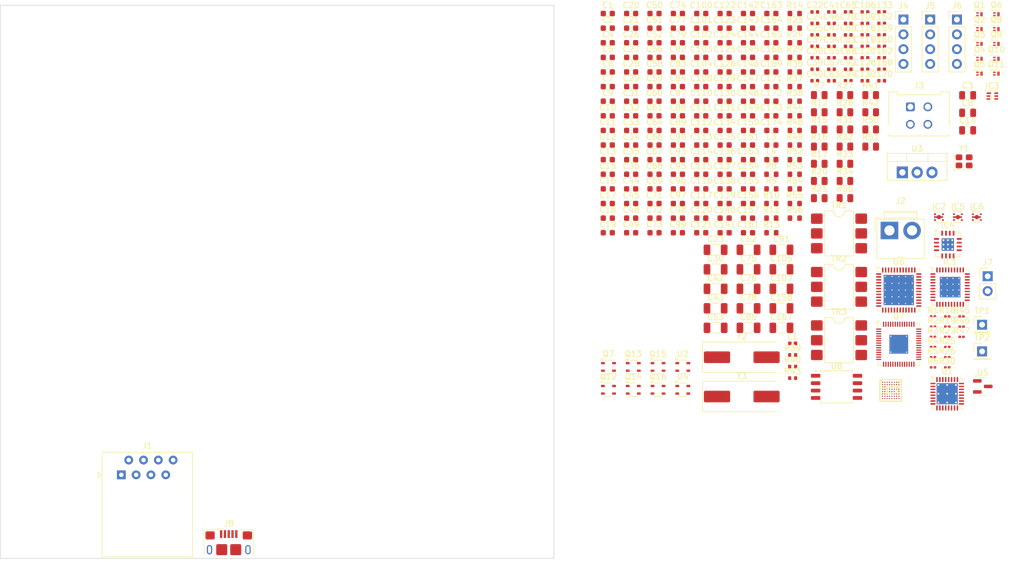
<source format=kicad_pcb>
(kicad_pcb (version 20241229) (generator "pcbnew") (generator_version "9.0")
  (title_block (title "SDR") (date "2025-11-24") (rev "1"))
  (layers (0 "F.Cu" signal "Top Layer") (4 "In1.Cu" signal "In.Cu") (6 "In2.Cu" power "Ground Layer 2") (2 "B.Cu" signal "Bottom Layer") (13 "F.Paste" user) (15 "B.Paste" user) (5 "F.SilkS" user "Top Overlay") (7 "B.SilkS" user "Board Layer Stack Bottom Overlay") (1 "F.Mask" user "Top Solder") (3 "B.Mask" user "Board Layer Stack Bottom Solder") (25 "Edge.Cuts" user))
  (net 0 "")
  (net 1 "Net-(IC1-VREGIN)")
  (net 2 "GND")
  (net 3 "Net-(IC1-VREGVCO)")
  (net 4 "Net-(IC1-VREFVCO)")
  (net 5 "Net-(IC1-VBIASVARAC)")
  (net 6 "Net-(IC1-VBIASVCO2)")
  (net 7 "Net-(IC1-VREFVCO2)")
  (net 8 "+3V3")
  (net 9 "Net-(IC2-OUT)")
  (net 10 "Net-(IC1-CPOUT)")
  (net 11 "Net-(C23-Pad2)")
  (net 12 "Net-(IC1-VTUNE)")
  (net 13 "Net-(C25-Pad1)")
  (net 14 "Net-(U1-REFT)")
  (net 15 "Net-(U1-REFB)")
  (net 16 "Net-(U1-DRVDD)")
  (net 17 "+3.3VADC")
  (net 18 "+5V")
  (net 19 "Net-(U5-GND)")
  (net 20 "Net-(U1-VIN+)")
  (net 21 "Net-(U1-VIN-)")
  (net 22 "Net-(IC4-+VS)")
  (net 23 "Net-(C87-Pad2)")
  (net 24 "Net-(J3-Pin_1)")
  (net 25 "Net-(J3-Pin_2)")
  (net 26 "Net-(J3-Pin_4)")
  (net 27 "Net-(Q1-G)")
  (net 28 "Net-(Q3-G)")
  (net 29 "Net-(IC5-OUT)")
  (net 30 "Net-(IC3-RFOUT{slash}VD)")
  (net 31 "Net-(IC4--IN_A)")
  (net 32 "Net-(IC6-OUT)")
  (net 33 "Net-(Q6-S)")
  (net 34 "Net-(C4-Pad1)")
  (net 35 "Net-(C5-Pad2)")
  (net 36 "Net-(U1-PDWN)")
  (net 37 "Net-(T1-PRI_2)")
  (net 38 "Net-(IC4-+IN_B)")
  (net 39 "Net-(IC4--IN_B)")
  (net 40 "Net-(R25-Pad2)")
  (net 41 "Net-(IC4-+IN_A)")
  (net 42 "Net-(U7-VREG_VOUT)")
  (net 43 "Net-(C121-Pad1)")
  (net 44 "Net-(U7-XIN)")
  (net 45 "Net-(U6-XO)")
  (net 46 "Net-(U6-XI)")
  (net 47 "+BATT")
  (net 48 "Net-(U6-RESET_N)")
  (net 49 "Net-(U6-LDO_O)")
  (net 50 "Net-(U6-AVDDL_PLL)")
  (net 51 "Net-(C141-Pad2)")
  (net 52 "Net-(C143-Pad2)")
  (net 53 "Net-(C148-Pad2)")
  (net 54 "Net-(C155-Pad2)")
  (net 55 "VCC")
  (net 56 "Net-(IC1-CSB)")
  (net 58 "Net-(IC7-PB53)")
  (net 59 "Net-(IC7-PB29A)")
  (net 61 "Net-(IC7-PB16D)")
  (net 62 "Net-(IC1-SDI)")
  (net 63 "Net-(IC1-SCK)")
  (net 64 "Net-(IC1-MUXOUT)")
  (net 65 "Net-(IC1-CE)")
  (net 66 "Net-(C84-Pad2)")
  (net 67 "Net-(IC7-PB6B)")
  (net 68 "Net-(IC7-PB16C)")
  (net 69 "Net-(IC1-OSCINP)")
  (net 70 "Net-(Q7-B)")
  (net 71 "Net-(IC1-VBIASVCO)")
  (net 72 "Net-(Q12-C)")
  (net 73 "Net-(IC1-GND_2)")
  (net 74 "Net-(Q8-G)")
  (net 75 "Net-(IC1-OSCINM)")
  (net 76 "Net-(Q10-G)")
  (net 78 "Net-(Q12-B)")
  (net 79 "Net-(IC3-RFIN)")
  (net 83 "Net-(IC7-PB50)")
  (net 88 "Net-(IC7-PB34C)")
  (net 89 "Net-(IC7-PB2C)")
  (net 91 "Net-(IC7-PB34D)")
  (net 92 "Net-(IC7-PB38C)")
  (net 93 "Net-(IC7-PB29D)")
  (net 94 "Net-(IC5-IN-)")
  (net 95 "Net-(IC7-PB16B)")
  (net 96 "Net-(IC7-PB52)")
  (net 98 "Net-(IC7-PB34A)")
  (net 99 "Net-(IC7-PB12C)")
  (net 101 "Net-(IC7-PB34B)")
  (net 103 "Net-(IC7-CRESET_B)")
  (net 104 "Net-(IC7-PB12B)")
  (net 105 "Net-(IC7-PB12A)")
  (net 106 "Net-(IC7-PB29B)")
  (net 110 "Net-(IC7-PB16A)")
  (net 111 "Net-(IC7-PB49)")
  (net 112 "Net-(Q14-C)")
  (net 113 "Net-(Q5-S)")
  (net 114 "Net-(R36-Pad2)")
  (net 115 "ANT1+")
  (net 116 "ANTF1-")
  (net 117 "ANTF1+")
  (net 118 "ANT1-")
  (net 119 "ANT3+")
  (net 120 "ANT2+")
  (net 121 "ANT2-")
  (net 122 "ANTF2-")
  (net 123 "ANT2F+")
  (net 124 "ANTF3-")
  (net 125 "ANT3-")
  (net 126 "ANTF3+")
  (net 127 "OPA+")
  (net 128 "OPA-")
  (net 129 "ANT12F+")
  (net 130 "ANT123+")
  (net 131 "ANT123-")
  (net 132 "ANT12F-")
  (net 133 "INAMP-")
  (net 134 "INAMP+")
  (net 135 "TRANS-")
  (net 136 "TRANS+")
  (net 137 "Net-(AE1-FEED)")
  (net 138 "Net-(AE2-FEED)")
  (net 139 "Net-(AE3-FEED)")
  (net 140 "Net-(IC7-PB6A)")
  (net 143 "Net-(IC7-PB47)")
  (net 144 "Net-(IC7-PB48)")
  (net 145 "Net-(IC7-PB38D)")
  (net 146 "Net-(IC7-PB29C)")
  (net 147 "Net-(IC7-PB51)")
  (net 149 "Net-(IC7-PB12D)")
  (net 151 "Net-(IC7-PB2D)")
  (net 152 "Net-(U6-TXRXP_A)")
  (net 153 "Net-(U6-TXRXP_B)")
  (net 154 "Net-(U6-TXRXP_D)")
  (net 155 "Net-(U6-TXRXP_C)")
  (net 156 "Net-(U6-TXRXM_A)")
  (net 157 "Net-(U6-TXRXM_C)")
  (net 158 "Net-(U6-TXRXM_B)")
  (net 159 "Net-(U6-TXRXM_D)")
  (net 160 "Net-(J4-Pin_3)")
  (net 161 "Net-(J4-Pin_1)")
  (net 162 "Net-(J4-Pin_4)")
  (net 163 "Net-(J4-Pin_2)")
  (net 164 "Net-(J7-Pin_1)")
  (net 165 "Net-(J7-Pin_2)")
  (net 166 "Net-(U7-GPIO26_ADC0)")
  (net 167 "Net-(U7-USB_DP)")
  (net 168 "Net-(U7-USB_DM)")
  (net 169 "Net-(U7-XOUT)")
  (net 170 "Net-(U7-GPIO29_ADC3)")
  (net 172 "Net-(U6-MDC)")
  (net 175 "Net-(U6-CLK125_NDO{slash}LED_MODE)")
  (net 176 "Net-(U6-MDIO)")
  (net 177 "Net-(U6-INT_N{slash}PME_N2)")
  (net 179 "Net-(U7-QSPI_SS)")
  (net 180 "Net-(U7-QSPI_SD3)")
  (net 181 "Net-(U7-GPIO20)")
  (net 182 "Net-(U7-QSPI_SD1)")
  (net 183 "Net-(U7-QSPI_SD0)")
  (net 184 "Net-(U7-QSPI_SD2)")
  (net 185 "Net-(U7-QSPI_SCLK)")
  (net 186 "Net-(J8-D-)")
  (net 187 "Net-(J8-D+)")
  (footprint "Package_TO_SOT_SMD:SOT-343_SC-70-4" (layer "F.Cu") (at 114.365 72.115)
    (property "Reference" "Q7")
    (property "Value" "BFP840ESD")
  )
  (footprint "Capacitor_SMD:C_0603_1608Metric" (layer "F.Cu") (at 134.295 16.44)
    (property "Reference" "C124")
    (property "Value" "30pF")
  )
  (footprint "Resistor_SMD:R_0201_0603Metric" (layer "F.Cu") (at 172.505 70.44)
    (property "Reference" "R26")
    (property "Value" "50")
  )
  (footprint "Capacitor_SMD:C_1206_3216Metric" (layer "F.Cu") (at 132.745 65.4)
    (property "Reference" "C53")
    (property "Value" "22uF")
  )
  (footprint "Capacitor_SMD:C_1206_3216Metric" (layer "F.Cu") (at 138.395 55.35)
    (property "Reference" "C75")
    (property "Value" "22uF")
  )
  (footprint "Capacitor_SMD:C_0603_1608Metric" (layer "F.Cu") (at 138.305 13.93)
    (property "Reference" "C143")
    (property "Value" "0.1uF")
  )
  (footprint "Capacitor_SMD:C_0603_1608Metric" (layer "F.Cu") (at 126.275 44.05)
    (property "Reference" "C97")
    (property "Value" "0.1uF")
  )
  (footprint "Resistor_SMD:R_0603_1608Metric" (layer "F.Cu") (at 146.325 41.54)
    (property "Reference" "R54")
    (property "Value" "0")
  )
  (footprint "Resistor_SMD:R_0805_2012Metric" (layer "F.Cu") (at 150.535 43.13)
    (property "Reference" "R21")
    (property "Value" "1k")
  )
  (footprint "Capacitor_SMD:C_0603_1608Metric" (layer "F.Cu") (at 134.295 21.46)
    (property "Reference" "C126")
    (property "Value" "10uF")
  )
  (footprint "Capacitor_SMD:C_0603_1608Metric" (layer "F.Cu") (at 122.265 16.44)
    (property "Reference" "C52")
    (property "Value" "10uF")
  )
  (footprint "Capacitor_SMD:C_0603_1608Metric" (layer "F.Cu") (at 126.275 41.54)
    (property "Reference" "C96")
    (property "Value" "0.1uF")
  )
  (footprint "Connector_Molex:Molex_Micro-Fit_3.0_43045-0412_2x02_P3.00mm_Vertical" (layer "F.Cu") (at 166.165 27.45)
    (property "Reference" "J3")
    (property "Value" "Conn_01x04_Pin")
  )
  (footprint "Capacitor_SMD:C_0603_1608Metric" (layer "F.Cu") (at 114.245 13.93)
    (property "Reference" "C2")
    (property "Value" "0.1uF")
  )
  (footprint "Resistor_SMD:R_0201_0603Metric" (layer "F.Cu") (at 172.505 63.44)
    (property "Reference" "R18")
    (property "Value" "50")
  )
  (footprint "Resistor_SMD:R_0603_1608Metric" (layer "F.Cu") (at 146.325 26.48)
    (property "Reference" "R38")
    (property "Value" "0")
  )
  (footprint "Capacitor_SMD:C_0603_1608Metric" (layer "F.Cu") (at 118.255 39.03)
    (property "Reference" "C36")
    (property "Value" "100pF")
  )
  (footprint "Capacitor_SMD:C_0603_1608Metric" (layer "F.Cu") (at 118.255 21.46)
    (property "Reference" "C28")
    (property "Value" "0.1uF")
  )
  (footprint "Resistor_SMD:R_0603_1608Metric" (layer "F.Cu") (at 146.325 28.99)
    (property "Reference" "R44")
    (property "Value" "1.5")
  )
  (footprint "Capacitor_SMD:C_0603_1608Metric" (layer "F.Cu") (at 138.305 23.97)
    (property "Reference" "C147")
    (property "Value" "0.1uF")
  )
  (footprint "Capacitor_SMD:C_0603_1608Metric" (layer "F.Cu") (at 126.275 26.48)
    (property "Reference" "C87")
    (property "Value" "0.1uF")
  )
  (footprint "Capacitor_SMD:C_0402_1005Metric" (layer "F.Cu") (at 158.375 17.06)
    (property "Reference" "C119")
    (property "Value" "1nF")
  )
  (footprint "Capacitor_SMD:C_0603_1608Metric" (layer "F.Cu") (at 118.255 18.95)
    (property "Reference" "C27")
    (property "Value" "0.1uF")
  )
  (footprint "Capacitor_SMD:C_0402_1005Metric" (layer "F.Cu") (at 161.245 19.03)
    (property "Reference" "C162")
    (property "Value" "1nF")
  )
  (footprint "Capacitor_SMD:C_0603_1608Metric" (layer "F.Cu") (at 118.255 13.93)
    (property "Reference" "C21")
    (property "Value" "100pF")
  )
  (footprint "Package_TO_SOT_SMD:SOT-23" (layer "F.Cu") (at 178.595 75.465)
    (property "Reference" "U5")
    (property "Value" "AP7381-50SA-7")
  )
  (footprint "Resistor_SMD:R_0603_1608Metric" (layer "F.Cu") (at 146.325 34.01)
    (property "Reference" "R49")
    (property "Value" "0")
  )
  (footprint "Capacitor_SMD:C_0603_1608Metric" (layer "F.Cu") (at 126.275 49.07)
    (property "Reference" "C99")
    (property "Value" "100pF")
  )
  (footprint "Crystal:Crystal_SMD_2520-4Pin_2.5x2.0mm" (layer "F.Cu") (at 175.385 36.81)
    (property "Reference" "Y1")
    (property "Value" "Crystal_GND24")
  )
  (footprint "Capacitor_SMD:C_0603_1608Metric" (layer "F.Cu") (at 114.245 49.07)
    (property "Reference" "C19")
    (property "Value" "100pF")
  )
  (footprint "Package_DFN_QFN:QFN-48-1EP_7x7mm_P0.5mm_EP5.15x5.15mm_ThermalVias" (layer "F.Cu") (at 164.175 58.91)
    (property "Reference" "U6")
    (property "Value" "KSZ9031RNXCA")
  )
  (footprint "Capacitor_SMD:C_0603_1608Metric" (layer "F.Cu") (at 122.265 28.99)
    (property "Reference" "C61")
    (property "Value" "0.1uF")
  )
  (footprint "Package_DIP:SMDIP-6_W7.62mm" (layer "F.Cu") (at 153.925 67.53)
    (property "Reference" "TR3")
    (property "Value" "TRANSF2")
  )
  (footprint "Package_TO_SOT_SMD:HVSOF5" (layer "F.Cu") (at 171.075 46.379432)
    (property "Reference" "IC2")
    (property "Value" "BU7205HFV-TR")
  )
  (footprint "Capacitor_SMD:C_0603_1608Metric" (layer "F.Cu") (at 134.295 11.42)
    (property "Reference" "C122")
    (property "Value" "30pF")
  )
  (footprint "Resistor_SMD:R_0402_1005Metric" (layer "F.Cu") (at 145.965 74.04)
    (property "Reference" "R43")
    (property "Value" "27.4")
  )
  (footprint "Package_TO_SOT_THT:TO-220-3_Vertical" (layer "F.Cu") (at 164.795 38.71)
    (property "Reference" "U3")
    (property "Value" "LD1117V-3V3")
  )
  (footprint "Capacitor_SMD:C_0402_1005Metric" (layer "F.Cu") (at 161.245 13.12)
    (property "Reference" "C152")
    (property "Value" "1nF")
  )
  (footprint "Capacitor_SMD:C_0603_1608Metric" (layer "F.Cu") (at 114.245 21.46)
    (property "Reference" "C6")
    (property "Value" "0.1uF")
  )
  (footprint "Capacitor_SMD:C_0402_1005Metric" (layer "F.Cu") (at 149.765 11.15)
    (property "Reference" "C22")
    (property "Value" "5.6nF")
  )
  (footprint "Capacitor_SMD:C_0603_1608Metric" (layer "F.Cu") (at 118.255 46.56)
    (property "Reference" "C48")
    (property "Value" "0.1uF")
  )
  (footprint "Capacitor_SMD:C_0603_1608Metric" (layer "F.Cu") (at 134.295 49.07)
    (property "Reference" "C141")
    (property "Value" "0.1uF")
  )
  (footprint "Capacitor_SMD:C_0603_1608Metric" (layer "F.Cu") (at 134.295 39.03)
    (property "Reference" "C137")
    (property "Value" "10uF")
  )
  (footprint "Resistor_SMD:R_0603_1608Metric" (layer "F.Cu") (at 146.325 18.95)
    (property "Reference" "R29")
    (property "Value" "0")
  )
  (footprint "Capacitor_SMD:C_0402_1005Metric" (layer "F.Cu") (at 161.245 15.09)
    (property "Reference" "C159")
    (property "Value" "1nF")
  )
  (footprint "Capacitor_SMD:C_0603_1608Metric" (layer "F.Cu") (at 130.285 39.03)
    (property "Reference" "C115")
    (property "Value" "0.1uF")
  )
  (footprint "Capacitor_SMD:C_0603_1608Metric" (layer "F.Cu") (at 142.315 23.97)
    (property "Reference" "C171")
    (property "Value" "10uF")
  )
  (footprint "Capacitor_SMD:C_0603_1608Metric" (layer "F.Cu") (at 118.255 44.05)
    (property "Reference" "C45")
    (property "Value" "10uF")
  )
  (footprint "Capacitor_SMD:C_0603_1608Metric" (layer "F.Cu") (at 122.265 39.03)
    (property "Reference" "C68")
    (property "Value" "0.1uF")
  )
  (footprint "Capacitor_SMD:C_0603_1608Metric" (layer "F.Cu") (at 130.285 46.56)
    (property "Reference" "C120")
    (property "Value" "100pF")
  )
  (footprint "Capacitor_SMD:C_1206_3216Metric" (layer "F.Cu") (at 144.045 58.7)
    (property "Reference" "C107")
    (property "Value" "22uF")
  )
  (footprint "Connector_PinHeader_2.54mm:PinHeader_1x02_P2.54mm_Vertical" (layer "F.Cu") (at 179.435 56.55)
    (property "Reference" "J7")
    (property "Value" "Conn_01x02_Pin")
  )
  (footprint "Capacitor_SMD:C_0402_1005Metric" (layer "F.Cu") (at 158.375 21)
    (property "Reference" "C128")
    (property "Value" "1nF")
  )
  (footprint "Capacitor_SMD:C_0805_2012Metric" (layer "F.Cu") (at 175.995 28.47)
    (property "Reference" "C8")
    (property "Value" "1uF")
  )
  (footprint "Capacitor_SMD:C_0603_1608Metric" (layer "F.Cu") (at 142.315 26.48)
    (property "Reference" "C172")
    (property "Value" "10uF")
  )
  (footprint "Capacitor_SMD:C_0603_1608Metric" (layer "F.Cu") (at 118.255 23.97)
    (property "Reference" "C29")
    (property "Value" "10uF")
  )
  (footprint "Capacitor_SMD:C_0603_1608Metric" (layer "F.Cu") (at 114.245 18.95)
    (property "Reference" "C5")
    (property "Value" "0.1uF")
  )
  (footprint "Capacitor_SMD:C_1206_3216Metric" (layer "F.Cu") (at 144.045 52)
    (property "Reference" "C91")
    (property "Value" "51nF")
  )
  (footprint "Capacitor_SMD:C_0603_1608Metric" (layer "F.Cu") (at 114.245 23.97)
    (property "Reference" "C7")
    (property "Value" "0.1uF")
  )
  (footprint "Capacitor_SMD:C_0603_1608Metric" (layer "F.Cu") (at 130.285 36.52)
    (property "Reference" "C114")
    (property "Value" "0.1uF")
  )
  (footprint "Capacitor_SMD:C_0603_1608Metric" (layer "F.Cu") (at 130.285 18.95)
    (property "Reference" "C103")
    (property "Value" "0.1uF")
  )
  (footprint "Capacitor_SMD:C_0603_1608Metric" (layer "F.Cu") (at 138.305 26.48)
    (property "Reference" "C148")
    (property "Value" "10uF")
  )
  (footprint "Capacitor_SMD:C_0603_1608Metric" (layer "F.Cu") (at 138.305 21.46)
    (property "Reference" "C146")
    (property "Value" "0.1uF")
  )
  (footprint "Resistor_SMD:R_0402_1005Metric" (layer "F.Cu") (at 145.965 72.05)
    (property "Reference" "R40")
    (property "Value" "27.4")
  )
  (footprint "Package_TO_SOT_SMD:SOT-343_SC-70-4" (layer "F.Cu") (at 114.365 76.04)
    (property "Reference" "Q12")
    (property "Value" "BFP840ESD")
  )
  (footprint "Capacitor_SMD:C_0603_1608Metric" (layer "F.Cu") (at 134.295 31.5)
    (property "Reference" "C134")
    (property "Value" "0.1uF")
  )
  (footprint "Resistor_SMD:R_0805_2012Metric" (layer "F.Cu") (at 150.535 40.18)
    (property "Reference" "R20")
    (property "Value" "1k")
  )
  (footprint "Package_DFN_QFN:Diodes_DFN1006-3" (layer "F.Cu") (at 178.03 21.745)
    (property "Reference" "Q5")
    (property "Value" "MMBFJ113")
  )
  (footprint "Inductor_SMD:L_0603_1608Metric" (layer "F.Cu") (at 142.315 36.52)
    (property "Reference" "L4")
    (property "Value" "2.2nH")
  )
  (footprint "Capacitor_SMD:C_0603_1608Metric" (layer "F.Cu") (at 138.305 18.95)
    (property "Reference" "C145")
    (property "Value" "10uF")
  )
  (footprint "Capacitor_SMD:C_0402_1005Metric" (layer "F.Cu") (at 155.505 22.97)
    (property "Reference" "C94")
    (property "Value" "1nF")
  )
  (footprint "Resistor_SMD:R_0603_1608Metric" (layer "F.Cu") (at 146.325 21.46)
    (property "Reference" "R35")
    (property "Value" "0")
  )
  (footprint "Resistor_SMD:R_0805_2012Metric" (layer "F.Cu") (at 154.945 25.43)
    (property "Reference" "R27")
    (property "Value" "1k")
  )
  (footprint "Capacitor_SMD:C_0603_1608Metric" (layer "F.Cu") (at 138.305 28.99)
    (property "Reference" "C149")
    (property "Value" "100pF")
  )
  (footprint "Inductor_SMD:L_0603_1608Metric" (layer "F.Cu") (at 142.315 34.01)
    (property "Reference" "L3")
    (property "Value" "2.2nH")
  )
  (footprint "Resistor_SMD:R_0805_2012Metric" (layer "F.Cu") (at 154.945 43.13)
    (property "Reference" "R36")
    (property "Value" "1k")
  )
  (footprint "Capacitor_SMD:C_0603_1608Metric" (layer "F.Cu") (at 134.295 41.54)
    (property "Reference" "C138")
    (property "Value" "0.1uF")
  )
  (footprint "Resistor_SMD:R_0603_1608Metric" (layer "F.Cu") (at 146.325 46.56)
    (property "Reference" "R56")
    (property "Value" "0")
  )
  (footprint "Capacitor_SMD:C_0603_1608Metric" (layer "F.Cu") (at 138.305 39.03)
    (property "Reference" "C154")
    (property "Value" "10uF")
  )
  (footprint "Resistor_SMD:R_0201_0603Metric" (layer "F.Cu") (at 174.955 63.44)
    (property "Reference" "R45")
    (property "Value" "50")
  )
  (footprint "Resistor_SMD:R_0603_1608Metric" (layer "F.Cu") (at 142.315 41.54)
    (property "Reference" "R9")
    (property "Value" "3.32")
  )
  (footprint "Capacitor_SMD:C_0603_1608Metric" (layer "F.Cu") (at 114.245 39.03)
    (property "Reference" "C15")
    (property "Value" "10uF")
  )
  (footprint "Capacitor_SMD:C_0603_1608Metric" (layer "F.Cu") (at 130.285 13.93)
    (property "Reference" "C101")
    (property "Value" "100pF")
  )
  (footprint "Capacitor_SMD:C_0603_1608Metric" (layer "F.Cu") (at 142.315 28.99)
    (property "Reference" "C173")
    (property "Value" "10uF")
  )
  (footprint "Capacitor_SMD:C_0603_1608Metric" (layer "F.Cu") (at 130.285 34.01)
    (property "Reference" "C113")
    (property "Value" "10uF")
  )
  (footprint "Package_DFN_QFN:QFN-56-1EP_7x7mm_P0.4mm_EP3.2x3.2mm_ThermalVias" (layer "F.Cu") (at 164.175 68.22)
    (property "Reference" "U7")
    (property "Value" "RP2040")
  )
  (footprint "Capacitor_SMD:C_0603_1608Metric" (layer "F.Cu") (at 142.315 31.5)
    (property "Reference" "C174")
    (property "Value" "10uF")
  )
  (footprint "Capacitor_SMD:C_1206_3216Metric" (layer "F.Cu") (at 132.745 62.05)
    (property "Reference" "C43")
    (property "Value" "22uF")
  )
  (footprint "Capacitor_SMD:C_0603_1608Metric" (layer "F.Cu") (at 126.275 21.46)
    (property "Reference" "C83")
    (property "Value" "10uF")
  )
  (footprint "Resistor_SMD:R_0805_2012Metric" (layer "F.Cu") (at 150.535 31.33)
    (property "Reference" "R15")
    (property "Value" "1k")
  )
  (footprint "Resistor_SMD:R_0201_0603Metric" (layer "F.Cu") (at 172.505 66.94)
    (property "Reference" "R22")
    (property "Value" "50")
  )
  (footprint "Capacitor_SMD:C_0402_1005Metric" (layer "F.Cu") (at 158.375 22.97)
    (property "Reference" "C132")
    (property "Value" "1nF")
  )
  (footprint "Capacitor_SMD:C_0603_1608Metric" (layer "F.Cu") (at 142.315 11.42)
    (property "Reference" "C163")
    (property "Value" "0.1uF")
  )
  (footprint "Capacitor_SMD:C_0603_1608Metric" (layer "F.Cu") (at 122.265 34.01)
    (property "Reference" "C66")
    (property "Value" "0.1uF")
  )
  (footprint "Capacitor_SMD:C_0603_1608Metric" (layer "F.Cu") (at 122.265 23.97)
    (property "Reference" "C59")
    (property "Value" "0.1uF")
  )
  (footprint "Capacitor_SMD:C_0603_1608Metric" (layer "F.Cu") (at 134.295 34.01)
    (property "Reference" "C135")
    (property "Value" "0.1uF")
  )
  (footprint "Resistor_SMD:R_0603_1608Metric" (layer "F.Cu") (at 142.315 49.07)
    (property "Reference" "R13")
    (property "Value" "0")
  )
  (footprint "Resistor_SMD:R_0805_2012Metric" (layer "F.Cu") (at 159.355 31.33)
    (property "Reference" "R50")
    (property "Value" "18")
  )
  (footprint "Resistor_SMD:R_0603_1608Metric" (layer "F.Cu") (at 146.325 44.05)
    (property "Reference" "R55")
    (property "Value" "0")
  )
  (footprint "Capacitor_SMD:C_0805_2012Metric" (layer "F.Cu") (at 175.995 25.46)
    (property "Reference" "C3")
    (property "Value" "1uF")
  )
  (footprint "Capacitor_SMD:C_0603_1608Metric" (layer "F.Cu") (at 130.285 28.99)
    (property "Reference" "C111")
    (property "Value" "0.1uF")
  )
  (footprint "Capacitor_SMD:C_0603_1608Metric" (layer "F.Cu") (at 126.275 18.95)
    (property "Reference" "C82")
    (property "Value" "0.1uF")
  )
  (footprint "Capacitor_SMD:C_0402_1005Metric" (layer "F.Cu") (at 155.505 21)
    (property "Reference" "C92")
    (property "Value" "1nF")
  )
  (footprint "Capacitor_SMD:C_0402_1005Metric" (layer "F.Cu") (at 155.505 13.12)
    (property "Reference" "C70")
    (property "Value" "1nF")
  )
  (footprint "Capacitor_SMD:C_0603_1608Metric" (layer "F.Cu") (at 130.285 26.48)
    (property "Reference" "C110")
    (property "Value" "10uF")
  )
  (footprint "Capacitor_SMD:C_0402_1005Metric" (layer "F.Cu") (at 152.635 13.12)
    (property "Reference" "C46")
    (property "Value" "1nF")
  )
  (footprint "Capacitor_SMD:C_0402_1005Metric" (layer "F.Cu") (at 161.245 17.06)
    (property "Reference" "C160")
    (property "Value" "1nF")
  )
  (footprint "Capacitor_SMD:C_0402_1005Metric" (layer "F.Cu") (at 161.245 21)
    (property "Reference" "C168")
    (property "Value" "1nF")
  )
  (footprint "Capacitor_SMD:C_0805_2012Metric" (layer "F.Cu") (at 175.995 31.48)
    (property "Reference" "C14")
    (property "Value" "1uF")
  )
  (footprint "Resistor_SMD:R_0603_1608Metric" (layer "F.Cu") (at 146.325 31.5)
    (property "Reference" "R48")
    (property "Value" "0")
  )
  (footprint "Resistor_SMD:R_0201_0603Metric" (layer "F.Cu") (at 172.505 65.19)
    (property "Reference" "R19")
    (property "Value" "50")
  )
  (footprint "Resistor_SMD:R_0201_0603Metric" (layer "F.Cu") (at 170.055 63.44)
    (property "Reference" "R1")
    (property "Value" "50")
  )
  (footprint "Resistor_SMD:R_0603_1608Metric" (layer "F.Cu") (at 146.325 23.97)
    (property "Reference" "R37")
    (property "Value" "0")
  )
  (footprint "Capacitor_SMD:C_0603_1608Metric" (layer "F.Cu") (at 118.255 36.52)
    (property "Reference" "C35")
    (property "Value" "0.1uF")
  )
  (footprint "Capacitor_SMD:C_0603_1608Metric" (layer "F.Cu") (at 114.245 44.05)
    (property "Reference" "C17")
    (property "Value" "100pF")
  )
  (footprint "Capacitor_SMD:C_0603_1608Metric" (layer "F.Cu") (at 118.255 31.5)
    (property "Reference" "C33")
    (property "Value" "0.1uF")
  )
  (footprint "Capacitor_SMD:C_1206_3216Metric" (layer "F.Cu") (at 132.745 52)
    (property "Reference" "C23")
    (property "Value" "51nF")
  )
  (footprint "Capacitor_SMD:C_0402_1005Metric" (layer "F.Cu") (at 155.505 11.15)
    (property "Reference" "C65")
    (property "Value" "1nF")
  )
  (footprint "Capacitor_SMD:C_0603_1608Metric" (layer "F.Cu") (at 122.265 11.42)
    (property "Reference" "C50")
    (property "Value" "100pF")
  )
  (footprint "Crystal:Crystal_SMD_HC49-SD" (layer "F.Cu") (at 137.24 70.45)
    (property "Reference" "Y2")
    (property "Value" "12M")
  )
  (footprint "Capacitor_SMD:C_0402_1005Metric" (layer "F.Cu") (at 158.375 19.03)
    (property "Reference" "C127")
    (property "Value" "1nF")
  )
  (footprint "Capacitor_SMD:C_0402_1005Metric" (layer "F.Cu") (at 155.505 19.03)
    (property "Reference" "C86")
    (property "Value" "1nF")
  )
  (footprint "Capacitor_SMD:C_0603_1608Metric" (layer "F.Cu") (at 114.245 26.48)
    (property "Reference" "C9")
    (property "Value" "0.1uF")
  )
  (footprint "Capacitor_SMD:C_0603_1608Metric" (layer "F.Cu") (at 126.275 39.03)
    (property "Reference" "C95")
    (property "Value" "0.1uF")
  )
  (footprint "Package_TO_SOT_SMD:SOT-343_SC-70-4" (layer "F.Cu") (at 127.115 72.115)
    (property "Reference" "U2")
    (property "Value" "BGA614H6327XTSA1")
  )
  (footprint "Capacitor_SMD:C_0603_1608Metric" (layer "F.Cu") (at 118.255 26.48)
    (property "Reference" "C31")
    (property "Value" "0.1uF")
  )
  (footprint "Package_DFN_QFN:Diodes_DFN1006-3" (layer "F.Cu") (at 178.03 14.095)
    (property "Reference" "Q2")
    (property "Value" "MMBFJ113")
  )
  (footprint "Capacitor_SMD:C_0603_1608Metric" (layer "F.Cu") (at 114.245 34.01)
    (property "Reference" "C12")
    (property "Value" "0.1uF")
  )
  (footprint "Connector_PinHeader_2.54mm:PinHeader_1x04_P2.54mm_Vertical" (layer "F.Cu") (at 169.565 12.46)
    (property "Reference" "J5")
    (property "Value" "Conn_01x04_Pin")
  )
  (footprint "Capacitor_SMD:C_0603_1608Metric" (layer "F.Cu") (at 138.305 46.56)
    (property "Reference" "C157")
    (property "Value" "10uF")
  )
  (footprint "Capacitor_SMD:C_0402_1005Metric" (layer "F.Cu") (at 149.765 22.97)
    (property "Reference" "C40")
    (property "Value" "1nF")
  )
  (footprint "Capacitor_SMD:C_0402_1005Metric" (layer "F.Cu") (at 158.375 15.09)
    (property "Reference" "C118")
    (property "Value" "1nF")
  )
  (footprint "Capacitor_SMD:C_0603_1608Metric" (layer "F.Cu") (at 126.275 28.99)
    (property "Reference" "C88")
    (property "Value" "100pF")
  )
  (footprint "Capacitor_SMD:C_0603_1608Metric" (layer "F.Cu") (at 114.245 16.44)
    (property "Reference" "C4")
    (property "Value" "0.1uF")
  )
  (footprint "Capacitor_SMD:C_0402_1005Metric" (layer "F.Cu") (at 161.245 11.15)
    (property "Reference" "C133")
    (property "Value" "1nF")
  )
  (footprint "Capacitor_SMD:C_0402_1005Metric" (layer "F.Cu") (at 149.765 15.09)
    (property "Reference" "C25")
    (property "Value" "6.8nF")
  )
  (footprint "Capacitor_SMD:C_0603_1608Metric" (layer "F.Cu") (at 122.265 31.5)
    (property "Reference" "C64")
    (property "Value" "0.1uF")
  )
  (footprint "Capacitor_SMD:C_0402_1005Metric" (layer "F.Cu") (at 149.765 13.12)
    (property "Reference" "C24")
    (property "Value" "6.8nF")
  )
  (footprint "Capacitor_SMD:C_0603_1608Metric" (layer "F.Cu") (at 126.275 11.42)
    (property "Reference" "C74")
    (property "Value" "10uF")
  )
  (footprint "Connector_PinHeader_2.54mm:PinHeader_1x01_P2.54mm_Vertical" (layer "F.Cu") (at 178.475 64.86)
    (property "Reference" "TP1")
    (property "Value" "PWDN_N")
  )
  (footprint "Capacitor_SMD:C_0603_1608Metric" (layer "F.Cu") (at 134.295 18.95)
    (property "Reference" "C125")
    (property "Value" "10uF")
  )
  (footprint "Resistor_SMD:R_0805_2012Metric" (layer "F.Cu") (at 150.535 37.23)
    (property "Reference" "R17")
    (property "Value" "1k")
  )
  (footprint "Capacitor_SMD:C_0603_1608Metric" (layer "F.Cu") (at 122.265 13.93)
    (property "Reference" "C51")
    (property "Value" "0.1uF")
  )
  (footprint "Resistor_SMD:R_0402_1005Metric" (layer "F.Cu") (at 145.965 70.06)
    (property "Reference" "R39")
    (property "Value" "27.4")
  )
  (footprint "Resistor_SMD:R_0805_2012Metric" (layer "F.Cu") (at 159.355 25.43)
    (property "Reference" "R41")
    (property "Value" "1k")
  )
  (footprint "Capacitor_SMD:C_0402_1005Metric" (layer "F.Cu") (at 158.375 13.12)
    (property "Reference" "C109")
    (property "Value" "1nF")
  )
  (footprint "Capacitor_SMD:C_0603_1608Metric" (layer "F.Cu") (at 118.255 28.99)
    (property "Reference" "C32")
    (property "Value" "0.1uF")
  )
  (footprint "Capacitor_SMD:C_0603_1608Metric" (layer "F.Cu") (at 134.295 26.48)
    (property "Reference" "C130")
    (property "Value" "0.1uF")
  )
  (footprint "Package_DFN_QFN:Diodes_DFN1006-3" (layer "F.Cu") (at 180.935 16.645)
    (property "Reference" "Q9")
    (property "Value" "MMBFJ113")
  )
  (footprint "Capacitor_SMD:C_0603_1608Metric" (layer "F.Cu") (at 118.255 49.07)
    (property "Reference" "C49")
    (property "Value" "0.1uF")
  )
  (footprint "Capacitor_SMD:C_0603_1608Metric" (layer "F.Cu") (at 126.275 34.01)
    (property "Reference" "C90")
    (property "Value" "10uF")
  )
  (footprint "Resistor_SMD:R_0201_0603Metric" (layer "F.Cu") (at 170.055 68.69)
    (property "Reference" "R4")
    (property "Value" "50")
  )
  (footprint "Capacitor_SMD:C_0603_1608Metric" (layer "F.Cu") (at 134.295 23.97)
    (property "Reference" "C129")
    (property "Value" "0.1uF")
  )
  (footprint "Resistor_SMD:R_0603_1608Metric" (layer "F.Cu") (at 142.315 39.03)
    (property "Reference" "R8")
    (property "Value" "1.5")
  )
  (footprint "Capacitor_SMD:C_0603_1608Metric" (layer "F.Cu") (at 134.295 36.52)
    (property "Reference" "C136")
    (property "Value" "100pF")
  )
  (footprint "Capacitor_SMD:C_0603_1608Metric" (layer "F.Cu") (at 138.305 41.54)
    (property "Reference" "C155")
    (property "Value" "0.1uF")
  )
  (footprint "Package_DFN_QFN:Diodes_DFN1006-3" (layer "F.Cu") (at 178.03 19.195)
    (property "Reference" "Q4")
    (property "Value" "MMBFJ113")
  )
  (footprint "Crystal:Crystal_SMD_HC49-SD" (layer "F.Cu") (at 137.24 77.2)
    (property "Reference" "Y3")
    (property "Value" "25M")
  )
  (footprint "Capacitor_SMD:C_0603_1608Metric" (layer "F.Cu") (at 130.285 49.07)
    (property "Reference" "C121")
    (property "Value" "30pF")
  )
  (footprint "Resistor_SMD:R_0805_2012Metric" (layer "F.Cu") (at 150.535 34.28)
    (property "Reference" "R16")
    (property "Value" "1k")
  )
  (footprint "OptoDevice:Renesas_DFN-6_1.5x1.6mm_P0.5mm" (layer "F.Cu") (at 180.23 25.595)
    (property "Reference" "IC3")
    (property "Value" "GRF3042")
  )
  (footprint "Resistor_SMD:R_0805_2012Metric" (layer "F.Cu") (at 154.945 40.18)
    (property "Reference" "R34")
    (property "Value" "1k")
  )
  (footprint "Capacitor_SMD:C_0603_1608Metric" (layer "F.Cu") (at 130.285 21.46)
    (property "Reference" "C104")
    (property "Value" "10uF")
  )
  (footprint "Capacitor_SMD:C_0603_1608Metric" (layer "F.Cu") (at 138.305 16.44)
    (property "Reference" "C144")
    (property "Value" "10uF")
  )
  (footprint "Capacitor_SMD:C_0603_1608Metric" (layer "F.Cu") (at 138.305 49.07)
    (property "Reference" "C161")
    (property "Value" "100pF")
  )
  (footprint "Capacitor_SMD:C_0603_1608Metric" (layer "F.Cu") (at 138.305 11.42)
    (property "Reference" "C142")
    (property "Value" "10uF")
  )
  (footprint "Capacitor_SMD:C_0603_1608Metric" (layer "F.Cu") (at 122.265 41.54)
    (property "Reference" "C69")
    (property "Value" "0.1uF")
  )
  (footprint "Capacitor_SMD:C_1206_3216Metric" (layer "F.Cu") (at 144.045 55.35)
    (property "Reference" "C105")
    (property "Value" "22uF")
  )
  (footprint "Capacitor_SMD:C_0402_1005Metric" (layer "F.Cu") (at 149.765 17.06)
    (property "Reference" "C37")
    (property "Value" "1nF")
  )
  (footprint "Capacitor_SMD:C_0603_1608Metric" (layer "F.Cu") (at 142.315 21.46)
    (property "Reference" "C169")
    (property "Value" "0.1uF")
  )
  (footprint "Package_TO_SOT_SMD:HVSOF5" (layer "F.Cu") (at 177.575 46.379432)
    (property "Reference" "IC6")
    (property "Value" "BU7205HFV-TR")
  )
  (footprint "Capacitor_SMD:C_0402_1005Metric" (layer "F.Cu") (at 161.245 22.97)
    (property "Reference" "C170")
    (property "Value" "1nF")
  )
  (footprint "Capacitor_SMD:C_0603_1608Metric" (layer "F.Cu") (at 118.255 34.01)
    (property "Reference" "C34")
    (property "Value" "0.1uF")
  )
  (footprint "Resistor_SMD:R_0805_2012Metric" (layer "F.Cu") (at 150.535 25.43)
    (property "Reference" "R7")
    (property "Value" "18")
  )
  (footprint "Resistor_SMD:R_0805_2012Metric" (layer "F.Cu") (at 154.945 31.33)
    (property "Reference" "R31")
    (property "Value" "1k")
  )
  (footprint "Capacitor_SMD:C_0603_1608Metric" (layer "F.Cu") (at 122.265 49.07)
    (property "Reference" "C73")
    (property "Value" "0.1uF")
  )
  (footprint "Package_DFN_QFN:Diodes_DFN1006-3" (layer "F.Cu") (at 178.03 11.545)
    (property "Reference" "Q1")
    (property "Value" "MMBFJ113")
  )
  (footprint "Capacitor_SMD:C_0603_1608Metric" (layer "F.Cu") (at 126.275 31.5)
    (property "Reference" "C89")
    (property "Value" "100pF")
  )
  (footprint "Capacitor_SMD:C_0603_1608Metric" (layer "F.Cu") (at 122.265 36.52)
    (property "Reference" "C67")
    (property "Value" "0.1uF")
  )
  (footprint "Capacitor_SMD:C_0603_1608Metric" (layer "F.Cu") (at 122.265 44.05)
    (property "Reference" "C71")
    (property "Value" "100pF")
  )
  (footprint "Resistor_SMD:R_0201_0603Metric" (layer "F.Cu") (at 170.055 72.19)
    (property "Reference" "R6")
    (property "Value" "50")
  )
  (footprint "Capacitor_SMD:C_0603_1608Metric" (layer "F.Cu") (at 130.285 44.05)
    (property "Reference" "C117")
    (property "Value" "0.1uF")
  )
  (footprint "Capacitor_SMD:C_0603_1608Metric" (layer "F.Cu") (at 114.245 41.54)
    (property "Reference" "C16")
    (property "Value" "100pF")
  )
  (footprint "Capacitor_SMD:C_0603_1608Metric" (layer "F.Cu") (at 142.315 13.93)
    (property "Reference" "C164")
    (property "Value" "0.1uF")
  )
  (footprint "Capacitor_SMD:C_0402_1005Metric" (layer "F.Cu") (at 152.635 22.97)
    (property "Reference" "C63")
    (property "Value" "1nF")
  )
  (footprint "Resistor_SMD:R_0805_2012Metric" (layer "F.Cu") (at 159.355 28.38)
    (property "Reference" "R42")
    (property "Value" "1k")
  )
  (footprint "Capacitor_SMD:C_1206_3216Metric" (layer "F.Cu") (at 144.045 65.4)
    (property "Reference" "C167")
    (property "Value" "22uF")
  )
  (footprint "Capacitor_SMD:C_0603_1608Metric" (layer "F.Cu") (at 130.285 31.5)
    (property "Reference" "C112")
    (property "Value" "0.1uF")
  )
  (footprint "Capacitor_SMD:C_0402_1005Metric" (layer "F.Cu") (at 152.635 19.03)
    (property "Reference" "C55")
    (property "Value" "1nF")
  )
  (footprint "Capacitor_SMD:C_0603_1608Metric" (layer "F.Cu") (at 126.275 46.56)
    (property "Reference" "C98")
    (property "Value" "100pF")
  )
  (footprint "LIF-MD6000-6UMG64I:BGA64C40P8X8_350X350X100" (layer "F.Cu") (at 162.795 76.15)
    (property "Reference" "IC7")
    (property "Value" "LIF-MD6000-6UMG64I" (hide yes))
  )
  (footprint "Capacitor_SMD:C_0603_1608Metric" (layer "F.Cu") (at 122.265 46.56)
    (property "Reference" "C72")
    (property "Value" "0.1uF")
  )
  (footprint "Capacitor_SMD:C_0603_1608Metric" (layer "F.Cu") (at 118.255 41.54)
    (property "Reference" "C44")
    (property "Value" "10uF")
  )
  (footprint "Capacitor_SMD:C_0402_1005Metric" (layer "F.Cu") (at 152.635 15.09)
    (property "Reference" "C47")
    (property "Value" "1nF")
  )
  (footprint "Resistor_SMD:R_0805_2012Metric" (layer "F.Cu") (at 150.535 28.38)
    (property "Reference" "R12")
    (property "Value" "1k")
  )
  (footprint "Package_TO_SOT_SMD:SOT-343_SC-70-4" (layer "F.Cu") (at 127.115 76.04)
    (property "Reference" "U4")
    (property "Value" "BGA614H6327XTSA1")
  )
  (footprint "Capacitor_SMD:C_1206_3216Metric" (layer "F.Cu") (at 138.395 65.4)
    (property "Reference" "C85")
    (property "Value" "22uF")
  )
  (footprint "Capacitor_SMD:C_0603_1608Metric" (layer "F.Cu") (at 138.305 36.52)
    (property "Reference" "C153")
    (property "Value" "10uF")
  )
  (footprint "Capacitor_SMD:C_0402_1005Metric" (layer "F.Cu") (at 158.375 11.15)
    (property "Reference" "C106")
    (property "Value" "1nF")
  )
  (footprint "Capacitor_SMD:C_1206_3216Metric" (layer "F.Cu") (at 138.395 62.05)
    (property "Reference" "C78")
    (property "Value" "22uF")
  )
  (footprint "Package_SO:SOIC-8_5.3x5.3mm_P1.27mm" (layer "F.Cu") (at 153.505 75.54)
    (property "Reference" "U8")
    (property "Value" "8M-Q")
  )
  (footprint "Resistor_SMD:R_0201_0603Metric" (layer "F.Cu") (at 174.955 65.19)
    (property "Reference" "R46")
    (property "Value" "50")
  )
  (footprint "Capacitor_SMD:C_0603_1608Metric" (layer "F.Cu") (at 134.295 44.05)
    (property "Reference" "C139")
    (property "Value" "10uF")
  )
  (footprint "Resistor_SMD:R_0201_0603Metric" (layer "F.Cu") (at 170.055 70.44)
    (property "Reference" "R5")
    (property "Value" "50")
  )
  (footprint "Connector_PinHeader_2.54mm:PinHeader_1x04_P2.54mm_Vertical" (layer "F.Cu") (at 164.975 12.46)
    (property "Reference" "J4")
    (property "Value" "Conn_01x04_Pin")
  )
  (footprint "Package_DFN_QFN:QFN-16-1EP_4x4mm_P0.65mm_EP2.1x2.1mm_ThermalVias" (layer "F.Cu") (at 172.605 51.1)
    (property "Reference" "IC4")
    (property "Value" "OPA2673IRGVR")
  )
  (footprint "Resistor_SMD:R_0201_0603Metric" (layer "F.Cu") (at 172.505 72.19)
    (property "Reference" "R30")
    (property "Value" "50")
  )
  (footprint "Package_CSP:LFCSP-32-1EP_5x5mm_P0.5mm_EP3.6x3.6mm_ThermalVias" (layer "F.Cu") (at 172.485 76.72)
    (property "Reference" "U1")
    (property "Value" "AD9215BCPZ-105")
  )
  (footprint "Package_TO_SOT_SMD:SOT-343_SC-70-4" (layer "F.Cu") (at 122.865 76.04)
    (property "Reference" "Q16")
    (property "Value" "BFP840ESD")
  )
  (footprint "Inductor_SMD:L_0402_1005Metric" (layer "F.Cu") (at 145.965 68.07)
    (property "Reference" "L1")
    (property "Value" "200nH")
  )
  (footprint "Capacitor_SMD:C_0603_1608Metric" (layer "F.Cu") (at 126.275 13.93)
    (property "Reference" "C77")
    (property "Value" "0.1uF")
  )
  (footprint "Connector:JWT_A3963_1x02_P3.96mm_Vertical" (layer "F.Cu") (at 162.58 48.68)
    (property "Reference" "J2")
    (property "Value" "Conn_01x02_Pin")
  )
  (footprint "Capacitor_SMD:C_0402_1005Metric" (layer "F.Cu") (at 152.635 21)
    (property "Reference" "C57")
    (property "Value" "1nF")
  )
  (footprint "Capacitor_SMD:C_0402_1005Metric" (layer "F.Cu") (at 152.635 17.06)
    (property "Reference" "C54")
    (property "Value" "1nF")
  )
  (footprint "Capacitor_SMD:C_0402_1005Metric" (layer "F.Cu") (at 149.765 21)
    (property "Reference" "C39")
    (property "Value" "1nF")
  )
  (footprint "Resistor_SMD:R_0805_2012Metric" (layer "F.Cu") (at 154.945 37.23)
    (property "Reference" "R33")
    (property "Value" "1k")
  )
  (footprint "Capacitor_SMD:C_0603_1608Metric" (layer "F.Cu") (at 134.295 13.93)
    (property "Reference" "C123")
    (property "Value" "30pF")
  )
  (footprint "Resistor_SMD:R_0805_2012Metric" (layer "F.Cu") (at 159.355 34.28)
    (property "Reference" "R51")
    (property "Value" "1k")
  )
  (footprint "Resistor_SMD:R_0201_0603Metric" (layer "F.Cu") (at 170.055 66.94)
    (property "Reference" "R3")
    (property "Value" "50")
  )
  (footprint "Capacitor_SMD:C_0603_1608Metric" (layer "F.Cu") (at 122.265 26.48)
    (property "Reference" "C60")
    (property "Value" "0.1uF")
  )
  (footprint "Capacitor_SMD:C_0603_1608Metric" (layer "F.Cu") (at 114.245 28.99)
    (property "Reference" "C10")
    (property "Value" "10uF")
  )
  (footprint "Package_TO_SOT_SMD:HVSOF5" (layer "F.Cu") (at 174.325 46.379432)
    (property "Reference" "IC5")
    (property "Value" "BU7205HFV-TR")
  )
  (footprint "Resistor_SMD:R_0603_1608Metric" (layer "F.Cu") (at 146.325 11.42)
    (property "Reference" "R14")
    (property "Value" "0")
  )
  (footprint "Capacitor_SMD:C_1206_3216Metric" (layer "F.Cu") (at 138.395 58.7)
    (property "Reference" "C76")
    (property "Value" "22uF")
  )
  (footprint "Package_TO_SOT_SMD:SOT-343_SC-70-4" (layer "F.Cu") (at 118.615 76.04)
    (property "Reference" "Q14")
    (property "Value" "BFP840ESD")
  )
  (footprint "Capacitor_SMD:C_0603_1608Metric" (layer "F.Cu") (at 114.245 46.56)
    (property "Reference" "C18")
    (property "Value" "100pF")
  )
  (footprint "Resistor_SMD:R_0201_0603Metric" (layer "F.Cu") (at 172.505 68.69)
    (property "Reference" "R25")
    (property "Value" "50")
  )
  (footprint "Connector_PinHeader_2.54mm:PinHeader_1x01_P2.54mm_Vertical" (layer "F.Cu") (at 178.475 69.45)
    (property "Reference" "TP2")
    (property "Value" "PWDN_P")
  )
  (footprint "Capacitor_SMD:C_0603_1608Metric" (layer "F.Cu") (at 138.305 34.01)
    (property "Reference" "C151")
    (property "Value" "0.1uF")
  )
  (footprint "Capacitor_SMD:C_0603_1608Metric" (layer "F.Cu") (at 126.275 16.44)
    (property "Reference" "C79")
    (property "Value" "0.1uF")
  )
  (footprint "Capacitor_SMD:C_1206_3216Metric" (layer "F.Cu") (at 132.745 58.7)
    (property "Reference" "C42")
    (property "Value" "22uF")
  )
  (footprint "Capacitor_SMD:C_0603_1608Metric" (layer "F.Cu") (at 142.315 16.44)
    (property "Reference" "C165")
    (property "Value" "0.1uF")
  )
  (footprint "Package_DFN_QFN:Diodes_DFN1006-3" (layer "F.Cu") (at 180.935 21.745)
    (property "Reference" "Q11")
    (property "Value" "MMBFJ113")
  )
  (footprint "Package_TO_SOT_SMD:SOT-343_SC-70-4" (layer "F.Cu") (at 122.865 72.115)
    (property "Reference" "Q15")
    (property "Value" "BFP840ESD")
  )
  (footprint "Package_DFN_QFN:Diodes_DFN1006-3" (layer "F.Cu") (at 180.935 19.195)
    (property "Reference" "Q10")
    (property "Value" "MMBFJ113")
  )
  (footprint "Resistor_SMD:R_0603_1608Metric" (layer "F.Cu") (at 146.325 16.44)
    (property "Reference" "R24")
    (property "Value" "0")
  )
  (footprint "Capacitor_SMD:C_0603_1608Metric" (layer "F.Cu") (at 130.285 41.54)
    (property "Reference" "C116")
    (property "Value" "0.1uF")
  )
  (footprint "Capacitor_SMD:C_0603_1608Metric" (layer "F.Cu") (at 114.245 11.42)
    (property "Reference" "C1")
    (property "Value" "0.1uF")
  )
  (footprint "Capacitor_SMD:C_0603_1608Metric" (layer "F.Cu") (at 138.305 44.05)
    (property "Reference" "C156")
    (property "Value" "0.1uF")
  )
  (footprint "Capacitor_SMD:C_1206_3216Metric" (layer "F.Cu") (at 138.395 52)
    (property "Reference" "C62")
    (property "Value" "22uF")
  )
  (footprint "Capacitor_SMD:C_0603_1608Metric" (layer "F.Cu") (at 118.255 11.42)
    (property "Reference" "C20")
    (property "Value" "100pF")
  )
  (footprint "Package_DFN_QFN:VQFN-40-1EP_6x6mm_P0.5mm_EP3.5x3.5mm_ThermalVias" (layer "F.Cu") (at 172.985 58.41)
    (property "Reference" "IC1")
    (property "Value" "LMX2592RHAT")
  )
  (footprint "Resistor_SMD:R_0603_1608Metric" (layer "F.Cu") (at 146.325 13.93)
    (property "Reference" "R23")
    (property "Value" "0")
  )
  (footprint "Resistor_SMD:R_0805_2012Metric" (layer "F.Cu") (at 154.945 28.38)
    (property "Reference" "R28")
    (property "Value" "1k")
  )
  (footprint "Capacitor_SMD:C_0603_1608Metric" (layer "F.Cu") (at 134.295 28.99)
    (property "Reference" "C131")
    (property "Value" "100pF")
  )
  (footprint "Resistor_SMD:R_0201_0603Metric" (layer "F.Cu") (at 170.055 65.19)
    (property "Reference" "R2")
    (property "Value" "50")
  )
  (footprint "Capacitor_SMD:C_0603_1608Metric" (layer "F.Cu") (at 118.255 16.44)
    (property "Reference" "C26")
    (property "Value" "0.1uF")
  )
  (footprint "Package_DFN_QFN:Diodes_DFN1006-3" (layer "F.Cu") (at 180.935 14.095)
    (property "Reference" "Q8")
    (property "Value" "MMBFJ113")
  )
  (footprint "Capacitor_SMD:C_0603_1608Metric" (layer "F.Cu") (at 114.245 36.52)
    (property "Reference" "C13")
    (property "Value" "0.1uF")
  )
  (footprint "Connector_PinHeader_2.54mm:PinHeader_1x04_P2.54mm_Vertical" (layer "F.Cu") (at 174.155 12.46)
    (property "Reference" "J6")
    (property "Value" "Conn_01x04_Pin")
  )
  (footprint "Capacitor_SMD:C_0402_1005Metric" (layer "F.Cu") (at 149.765 19.03)
    (property "Reference" "C38")
    (property "Value" "1nF")
  )
  (footprint "Package_DFN_QFN:Diodes_DFN1006-3" (layer "F.Cu") (at 178.03 16.645)
    (property "Reference" "Q3")
    (property "Value" "MMBFJ113")
  )
  (footprint "Capacitor_SMD:C_0603_1608Metric" (layer "F.Cu") (at 126.275 36.52)
    (property "Reference" "C93")
    (property "Value" "100pF")
  )
  (footprint "Capacitor_SMD:C_0603_1608Metric" (layer "F.Cu") (at 126.275 23.97)
    (property "Reference" "C84")
    (property "Value" "0.1uF")
  )
  (footprint "Capacitor_SMD:C_0402_1005Metric" (layer "F.Cu") (at 152.635 11.15)
    (property "Reference" "C41")
    (property "Value" "1nF")
  )
  (footprint "Resistor_SMD:R_0201_0603Metric" (layer "F.Cu") (at 174.955 66.94)
    (property "Reference" "R47")
    (property "Value" "50")
  )
  (footprint "Resistor_SMD:R_0603_1608Metric" (layer "F.Cu") (at 146.325 39.03)
    (property "Reference" "R53")
    (property "Value" "0")
  )
  (footprint "Capacitor_SMD:C_0603_1608Metric" (layer "F.Cu") (at 122.265 21.46)
    (property "Reference" "C58")
    (property "Value" "0.1uF")
  )
  (footprint "Capacitor_SMD:C_0603_1608Metric" (layer "F.Cu") (at 130.285 23.97)
    (property "Reference" "C108")
    (property "Value" "0.1uF")
  )
  (footprint "Package_DFN_QFN:Diodes_DFN1006-3" (layer "F.Cu") (at 180.935 11.545)
    (property "Reference" "Q6")
    (property "Value" "MMBFJ113")
  )
  (footprint "Resistor_SMD:R_0805_2012Metric" (layer "F.Cu") (at 154.945 34.28)
    (property "Reference" "R32")
    (property "Value" "1k")
  )
  (footprint "Capacitor_SMD:C_0603_1608Metric" (layer "F.Cu") (at 142.315 18.95)
    (property "Reference" "C166")
    (property "Value" "0.1uF")
  )
  (footprint "Connector_USB:USB_Micro-B_Amphenol_10118193-0001LF_Horizontal" (layer "F.Cu") (at 49.2 103.5)
    (property "Reference" "J8")
    (property "Value" "USB_B_Micro")
  )
  (footprint "Capacitor_SMD:C_0603_1608Metric" (layer "F.Cu") (at 114.245 31.5)
    (property "Reference" "C11")
    (property "Value" "10uF")
  )
  (footprint "Resistor_SMD:R_0603_1608Metric" (layer "F.Cu") (at 142.315 44.05)
    (property "Reference" "R10")
    (property "Value" "0")
  )
  (footprint "Capacitor_SMD:C_0603_1608Metric" (layer "F.Cu") (at 138.305 31.5)
    (property "Reference" "C150")
    (property "Value" "0.1uF")
  )
  (footprint "Resistor_SMD:R_0603_1608Metric" (layer "F.Cu") (at 142.315 46.56)
    (property "Reference" "R11")
    (property "Value" "0")
  )
  (footprint "Resistor_SMD:R_0603_1608Metric" (layer "F.Cu") (at 146.325 36.52)
    (property "Reference" "R52")
    (property "Value" "0")
  )
  (footprint "Package_TO_SOT_SMD:SOT-343_SC-70-4" (layer "F.Cu") (at 118.615 72.115)
    (property "Reference" "Q13")
    (property "Value" "BFP840ESD")
  )
  (footprint "Connector_RJ:RJ45_Amphenol_54602-x08_Horizontal" (layer "F.Cu") (at 30.77 90.65)
    (property "Reference" "J1")
    (property "Value" "RJ45")
  )
  (footprint "Capacitor_SMD:C_0402_1005Metric" (layer "F.Cu") (at 155.505 17.06)
    (property "Reference" "C81")
    (property "Value" "100pF")
  )
  (footprint "Package_DIP:SMDIP-6_W7.62mm" (layer "F.Cu") (at 153.925 49.19)
    (property "Reference" "TR1")
    (property "Value" "TRANSF2")
  )
  (footprint "Capacitor_SMD:C_1206_3216Metric" (layer "F.Cu") (at 132.745 55.35)
    (property "Reference" "C30")
    (property "Value" "22uF")
  )
  (footprint "Package_DIP:SMDIP-6_W7.62mm" (layer "F.Cu") (at 153.925 58.36)
    (property "Reference" "TR2")
    (property "Value" "TRANSF2")
  )
  (footprint "Capacitor_SMD:C_0402_1005Metric" (layer "F.Cu") (at 155.505 15.09)
    (property "Reference" "C80")
    (property "Value" "100pF")
  )
  (footprint "Capacitor_SMD:C_0603_1608Metric" (layer "F.Cu") (at 130.285 11.42)
    (property "Reference" "C100")
    (property "Value" "100pF")
  )
  (footprint "Capacitor_SMD:C_0603_1608Metric" (layer "F.Cu") (at 134.295 46.56)
    (property "Reference" "C140")
    (property "Value" "10uF")
  )
  (footprint "Capacitor_SMD:C_0603_1608Metric" (layer "F.Cu") (at 130.285 16.44)
    (property "Reference" "C102")
    (property "Value" "100pF")
  )
  (footprint "Capacitor_SMD:C_0603_1608Metric" (layer "F.Cu") (at 122.265 18.95)
    (property "Reference" "C56")
    (property "Value" "100pF")
  )
  (footprint "Capacitor_SMD:C_1206_3216Metric" (layer "F.Cu") (at 144.045 62.05)
    (property "Reference" "C158")
    (property "Value" "22uF")
  )
  (gr_rect (start 10 10) (end 105 105) (stroke (width 0.1)) (fill no) (layer "Edge.Cuts"))
)
</source>
